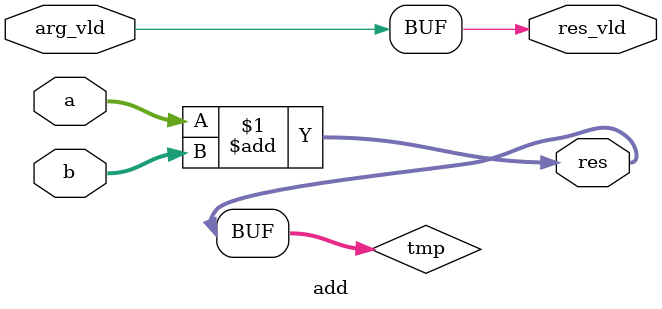
<source format=sv>
module add
#(
    parameter ARG_WIDTH = 32,
    parameter RES_WIDTH = ARG_WIDTH + 1
)
(
    input                           arg_vld,
    input  signed [ARG_WIDTH - 1:0] a,
    input  signed [ARG_WIDTH - 1:0] b,
    output                          res_vld,
    output signed [RES_WIDTH - 1:0] res
);

    logic                       overflow;
    logic signed [ARG_WIDTH :0] tmp;

    assign tmp      = a + b;
    assign overflow = tmp[ARG_WIDTH] ^ tmp[ARG_WIDTH-1]; // !=
    assign res      = tmp[RES_WIDTH - 1:0];
    assign res_vld  = arg_vld;
    
endmodule
</source>
